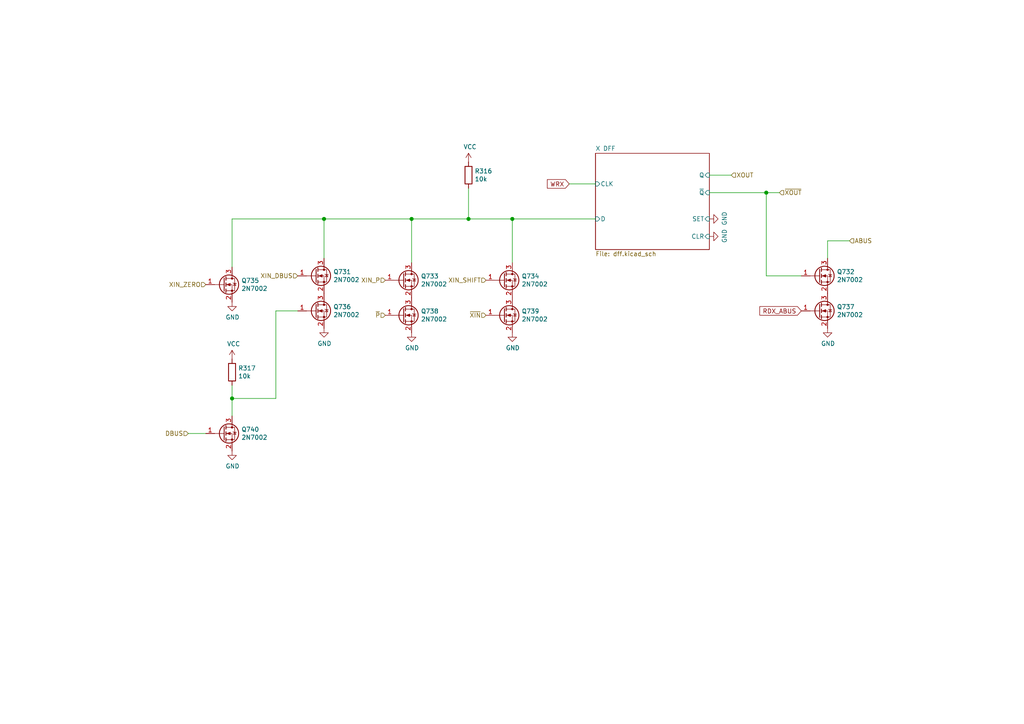
<source format=kicad_sch>
(kicad_sch (version 20210126) (generator eeschema)
  (paper "A4")
  (title_block (title "Q2 X Register Bit") (date "2021-02-05") (rev "1") (company "joewing.net"))
  (lib_symbols
    (symbol "Device:R" (pin_numbers hide) (pin_names (offset 0))
      (property "Reference" "R" (at 2.032 0 90))
      (property "Value" "R" (at 0 0 90))
      (symbol "R_0_1"
        (rectangle (start -1.016 -2.54) (end 1.016 2.54) (stroke (width 0.254)))
      )
      (symbol "R_1_1"
        (pin passive line (at 0 3.81 270) (length 1.27) (name "~") (number "1"))
        (pin passive line (at 0 -3.81 90) (length 1.27) (name "~") (number "2"))
      )
    )
    (symbol "Transistor_FET:2N7002" (pin_names hide)
      (property "Reference" "Q" (at 5.08 1.905 0))
      (property "Value" "2N7002" (at 5.08 0 0))
      (symbol "2N7002_0_1"
        (circle (center 1.651 0) (radius 2.794) (stroke (width 0.254)))
        (circle (center 2.54 -1.778) (radius 0.254) (fill (type outline)))
        (circle (center 2.54 1.778) (radius 0.254) (fill (type outline)))
        (polyline (pts (xy 0.254 0) (xy -2.54 0)))
        (polyline (pts (xy 0.254 1.905) (xy 0.254 -1.905)) (stroke (width 0.254)))
        (polyline (pts (xy 0.762 -1.27) (xy 0.762 -2.286)) (stroke (width 0.254)))
        (polyline (pts (xy 0.762 0.508) (xy 0.762 -0.508)) (stroke (width 0.254)))
        (polyline (pts (xy 0.762 2.286) (xy 0.762 1.27)) (stroke (width 0.254)))
        (polyline (pts (xy 2.54 2.54) (xy 2.54 1.778)))
        (polyline (pts (xy 2.54 -2.54) (xy 2.54 0) (xy 0.762 0)))
        (polyline (pts (xy 0.762 -1.778) (xy 3.302 -1.778) (xy 3.302 1.778) (xy 0.762 1.778)))
        (polyline (pts (xy 1.016 0) (xy 2.032 0.381) (xy 2.032 -0.381) (xy 1.016 0)) (fill (type outline)))
        (polyline (pts (xy 2.794 0.508) (xy 2.921 0.381) (xy 3.683 0.381) (xy 3.81 0.254)))
        (polyline (pts (xy 3.302 0.381) (xy 2.921 -0.254) (xy 3.683 -0.254) (xy 3.302 0.381)))
      )
      (symbol "2N7002_1_1"
        (pin input line (at -5.08 0 0) (length 2.54) (name "G") (number "1"))
        (pin passive line (at 2.54 -5.08 90) (length 2.54) (name "S") (number "2"))
        (pin passive line (at 2.54 5.08 270) (length 2.54) (name "D") (number "3"))
      )
    )
    (symbol "power:GND" (power) (pin_names (offset 0))
      (property "Value" "GND" (at 0 -3.81 0))
      (symbol "GND_0_1"
        (polyline (pts (xy 0 0) (xy 0 -1.27) (xy 1.27 -1.27) (xy 0 -2.54) (xy -1.27 -1.27) (xy 0 -1.27)))
      )
      (symbol "GND_1_1"
        (pin power_in line (at 0 0 270) (length 0) hide (name "GND") (number "1"))
      )
    )
    (symbol "power:VCC" (power) (pin_names (offset 0))
      (property "Value" "VCC" (at 0 3.81 0))
      (symbol "VCC_0_1"
        (polyline (pts (xy -0.762 1.27) (xy 0 2.54)))
        (polyline (pts (xy 0 0) (xy 0 2.54)))
        (polyline (pts (xy 0 2.54) (xy 0.762 1.27)))
      )
      (symbol "VCC_1_1"
        (pin power_in line (at 0 0 90) (length 0) hide (name "VCC") (number "1"))
      )
    )
  )
  (junction (at 67.31 115.57) (diameter 1.016))
  (junction (at 93.98 63.5) (diameter 1.016))
  (junction (at 119.38 63.5) (diameter 1.016))
  (junction (at 135.89 63.5) (diameter 1.016))
  (junction (at 148.59 63.5) (diameter 1.016))
  (junction (at 222.25 55.88) (diameter 1.016))
  (wire (pts (xy 54.61 125.73) (xy 59.69 125.73)))
  (wire (pts (xy 67.31 63.5) (xy 67.31 77.47)))
  (wire (pts (xy 67.31 63.5) (xy 93.98 63.5)))
  (wire (pts (xy 67.31 111.76) (xy 67.31 115.57)))
  (wire (pts (xy 67.31 115.57) (xy 67.31 120.65)))
  (wire (pts (xy 80.01 90.17) (xy 80.01 115.57)))
  (wire (pts (xy 80.01 115.57) (xy 67.31 115.57)))
  (wire (pts (xy 86.36 90.17) (xy 80.01 90.17)))
  (wire (pts (xy 93.98 63.5) (xy 93.98 74.93)))
  (wire (pts (xy 119.38 63.5) (xy 93.98 63.5)))
  (wire (pts (xy 119.38 63.5) (xy 135.89 63.5)))
  (wire (pts (xy 119.38 76.2) (xy 119.38 63.5)))
  (wire (pts (xy 135.89 54.61) (xy 135.89 63.5)))
  (wire (pts (xy 135.89 63.5) (xy 148.59 63.5)))
  (wire (pts (xy 148.59 76.2) (xy 148.59 63.5)))
  (wire (pts (xy 165.1 53.34) (xy 172.72 53.34)))
  (wire (pts (xy 172.72 63.5) (xy 148.59 63.5)))
  (wire (pts (xy 205.74 55.88) (xy 222.25 55.88)))
  (wire (pts (xy 212.09 50.8) (xy 205.74 50.8)))
  (wire (pts (xy 222.25 55.88) (xy 222.25 80.01)))
  (wire (pts (xy 222.25 80.01) (xy 232.41 80.01)))
  (wire (pts (xy 226.06 55.88) (xy 222.25 55.88)))
  (wire (pts (xy 240.03 69.85) (xy 246.38 69.85)))
  (wire (pts (xy 240.03 74.93) (xy 240.03 69.85)))
  (global_label "WRX" (shape input) (at 165.1 53.34 180) (property "Intersheet References" "${INTERSHEET_REFS}" (effects hide)))
  (global_label "RDX_ABUS" (shape input) (at 232.41 90.17 180) (property "Intersheet References" "${INTERSHEET_REFS}" (effects hide)))
  (hierarchical_label "DBUS" (shape input) (at 54.61 125.73 180))
  (hierarchical_label "XIN_ZERO" (shape input) (at 59.69 82.55 180))
  (hierarchical_label "XIN_DBUS" (shape input) (at 86.36 80.01 180))
  (hierarchical_label "XIN_P" (shape input) (at 111.76 81.28 180))
  (hierarchical_label "~P" (shape input) (at 111.76 91.44 180))
  (hierarchical_label "XIN_SHIFT" (shape input) (at 140.97 81.28 180))
  (hierarchical_label "~XIN" (shape input) (at 140.97 91.44 180))
  (hierarchical_label "XOUT" (shape input) (at 212.09 50.8 0))
  (hierarchical_label "~XOUT" (shape input) (at 226.06 55.88 0))
  (hierarchical_label "ABUS" (shape input) (at 246.38 69.85 0))
  (symbol (lib_id "power:VCC") (at 67.31 104.14 0)
    (property "Reference" "#PWR0641" (effects hide))
    (property "Value" "VCC" (at 67.7418 99.7458 0))
  )
  (symbol (lib_id "power:VCC") (at 135.89 46.99 0)
    (property "Reference" "#PWR0633" (effects hide))
    (property "Value" "VCC" (at 136.3218 42.5958 0))
  )
  (symbol (lib_id "power:GND") (at 67.31 87.63 0)
    (property "Reference" "#PWR0636" (effects hide))
    (property "Value" "GND" (at 67.437 92.0242 0))
  )
  (symbol (lib_id "power:GND") (at 67.31 130.81 0)
    (property "Reference" "#PWR0642" (effects hide))
    (property "Value" "GND" (at 67.437 135.2042 0))
  )
  (symbol (lib_id "power:GND") (at 93.98 95.25 0)
    (property "Reference" "#PWR0637" (effects hide))
    (property "Value" "GND" (at 94.107 99.6442 0))
  )
  (symbol (lib_id "power:GND") (at 119.38 96.52 0)
    (property "Reference" "#PWR0639" (effects hide))
    (property "Value" "GND" (at 119.507 100.9142 0))
  )
  (symbol (lib_id "power:GND") (at 148.59 96.52 0)
    (property "Reference" "#PWR0640" (effects hide))
    (property "Value" "GND" (at 148.717 100.9142 0))
  )
  (symbol (lib_id "power:GND") (at 205.74 63.5 90)
    (property "Reference" "#PWR0634" (effects hide))
    (property "Value" "GND" (at 210.1342 63.373 0))
  )
  (symbol (lib_id "power:GND") (at 205.74 68.58 90)
    (property "Reference" "#PWR0635" (effects hide))
    (property "Value" "GND" (at 210.1342 68.453 0))
  )
  (symbol (lib_id "power:GND") (at 240.03 95.25 0)
    (property "Reference" "#PWR0638" (effects hide))
    (property "Value" "GND" (at 240.157 99.6442 0))
  )
  (symbol (lib_id "Device:R") (at 67.31 107.95 0)
    (property "Reference" "R317" (at 69.088 106.7816 0) (effects (justify left)))
    (property "Value" "10k" (at 69.088 109.093 0) (effects (justify left)))
    (property "Footprint" "Resistor_SMD:R_0805_2012Metric" (effects hide))
    (property "LCSC" "C17414" (effects hide))
  )
  (symbol (lib_id "Device:R") (at 135.89 50.8 0)
    (property "Reference" "R316" (at 137.668 49.6316 0) (effects (justify left)))
    (property "Value" "10k" (at 137.668 51.943 0) (effects (justify left)))
    (property "Footprint" "Resistor_SMD:R_0805_2012Metric" (effects hide))
    (property "LCSC" "C17414" (effects hide))
  )
  (symbol (lib_id "Transistor_FET:2N7002") (at 64.77 82.55 0)
    (property "Reference" "Q735" (at 70.0024 81.3816 0) (effects (justify left)))
    (property "Value" "2N7002" (at 70.0024 83.693 0) (effects (justify left)))
    (property "Footprint" "Package_TO_SOT_SMD:SOT-23" (effects hide))
    (property "Datasheet" "https://datasheet.lcsc.com/szlcsc/Guangdong-Hottech-2N7002K_C181083.pdf" (effects hide))
    (property "LCSC" "C181083" (effects hide))
  )
  (symbol (lib_id "Transistor_FET:2N7002") (at 64.77 125.73 0)
    (property "Reference" "Q740" (at 70.0024 124.5616 0) (effects (justify left)))
    (property "Value" "2N7002" (at 70.0024 126.873 0) (effects (justify left)))
    (property "Footprint" "Package_TO_SOT_SMD:SOT-23" (effects hide))
    (property "Datasheet" "https://datasheet.lcsc.com/szlcsc/Guangdong-Hottech-2N7002K_C181083.pdf" (effects hide))
    (property "LCSC" "C181083" (effects hide))
  )
  (symbol (lib_id "Transistor_FET:2N7002") (at 91.44 80.01 0)
    (property "Reference" "Q731" (at 96.6724 78.8416 0) (effects (justify left)))
    (property "Value" "2N7002" (at 96.6724 81.153 0) (effects (justify left)))
    (property "Footprint" "Package_TO_SOT_SMD:SOT-23" (effects hide))
    (property "Datasheet" "https://datasheet.lcsc.com/szlcsc/Guangdong-Hottech-2N7002K_C181083.pdf" (effects hide))
    (property "LCSC" "C181083" (effects hide))
  )
  (symbol (lib_id "Transistor_FET:2N7002") (at 91.44 90.17 0)
    (property "Reference" "Q736" (at 96.6724 89.0016 0) (effects (justify left)))
    (property "Value" "2N7002" (at 96.6724 91.313 0) (effects (justify left)))
    (property "Footprint" "Package_TO_SOT_SMD:SOT-23" (effects hide))
    (property "Datasheet" "https://datasheet.lcsc.com/szlcsc/Guangdong-Hottech-2N7002K_C181083.pdf" (effects hide))
    (property "LCSC" "C181083" (effects hide))
  )
  (symbol (lib_id "Transistor_FET:2N7002") (at 116.84 81.28 0)
    (property "Reference" "Q733" (at 122.0724 80.1116 0) (effects (justify left)))
    (property "Value" "2N7002" (at 122.0724 82.423 0) (effects (justify left)))
    (property "Footprint" "Package_TO_SOT_SMD:SOT-23" (effects hide))
    (property "Datasheet" "https://datasheet.lcsc.com/szlcsc/Guangdong-Hottech-2N7002K_C181083.pdf" (effects hide))
    (property "LCSC" "C181083" (effects hide))
  )
  (symbol (lib_id "Transistor_FET:2N7002") (at 116.84 91.44 0)
    (property "Reference" "Q738" (at 122.0724 90.2716 0) (effects (justify left)))
    (property "Value" "2N7002" (at 122.0724 92.583 0) (effects (justify left)))
    (property "Footprint" "Package_TO_SOT_SMD:SOT-23" (effects hide))
    (property "Datasheet" "https://datasheet.lcsc.com/szlcsc/Guangdong-Hottech-2N7002K_C181083.pdf" (effects hide))
    (property "LCSC" "C181083" (effects hide))
  )
  (symbol (lib_id "Transistor_FET:2N7002") (at 146.05 81.28 0)
    (property "Reference" "Q734" (at 151.2824 80.1116 0) (effects (justify left)))
    (property "Value" "2N7002" (at 151.2824 82.423 0) (effects (justify left)))
    (property "Footprint" "Package_TO_SOT_SMD:SOT-23" (effects hide))
    (property "Datasheet" "https://datasheet.lcsc.com/szlcsc/Guangdong-Hottech-2N7002K_C181083.pdf" (effects hide))
    (property "LCSC" "C181083" (effects hide))
  )
  (symbol (lib_id "Transistor_FET:2N7002") (at 146.05 91.44 0)
    (property "Reference" "Q739" (at 151.2824 90.2716 0) (effects (justify left)))
    (property "Value" "2N7002" (at 151.2824 92.583 0) (effects (justify left)))
    (property "Footprint" "Package_TO_SOT_SMD:SOT-23" (effects hide))
    (property "Datasheet" "https://datasheet.lcsc.com/szlcsc/Guangdong-Hottech-2N7002K_C181083.pdf" (effects hide))
    (property "LCSC" "C181083" (effects hide))
  )
  (symbol (lib_id "Transistor_FET:2N7002") (at 237.49 80.01 0)
    (property "Reference" "Q732" (at 242.7224 78.8416 0) (effects (justify left)))
    (property "Value" "2N7002" (at 242.7224 81.153 0) (effects (justify left)))
    (property "Footprint" "Package_TO_SOT_SMD:SOT-23" (effects hide))
    (property "Datasheet" "https://datasheet.lcsc.com/szlcsc/Guangdong-Hottech-2N7002K_C181083.pdf" (effects hide))
    (property "LCSC" "C181083" (effects hide))
  )
  (symbol (lib_id "Transistor_FET:2N7002") (at 237.49 90.17 0)
    (property "Reference" "Q737" (at 242.7224 89.0016 0) (effects (justify left)))
    (property "Value" "2N7002" (at 242.7224 91.313 0) (effects (justify left)))
    (property "Footprint" "Package_TO_SOT_SMD:SOT-23" (effects hide))
    (property "Datasheet" "https://datasheet.lcsc.com/szlcsc/Guangdong-Hottech-2N7002K_C181083.pdf" (effects hide))
    (property "LCSC" "C181083" (effects hide))
  )
  (sheet (at 172.72 44.45) (size 33.02 27.94)
    (property "Sheet name" "X DFF" (at 172.72 43.8145 0) (effects (justify left bottom)))
    (property "Sheet file" "dff.kicad_sch" (at 172.72 72.8985 0) (effects (justify left top)))
    (pin "~Q" input (at 205.74 55.88 0))
    (pin "CLK" input (at 172.72 53.34 180))
    (pin "D" input (at 172.72 63.5 180))
    (pin "Q" input (at 205.74 50.8 0))
    (pin "SET" input (at 205.74 63.5 0))
    (pin "CLR" input (at 205.74 68.58 0))
  )
)
</source>
